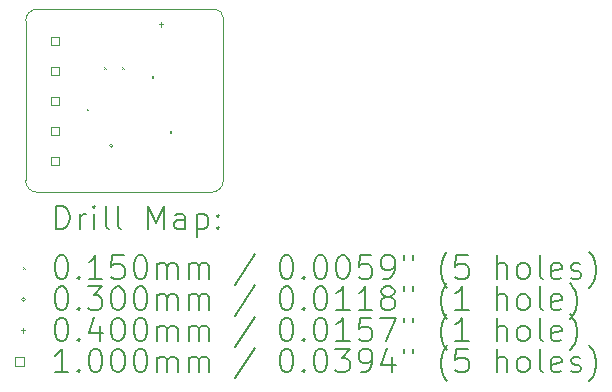
<source format=gbr>
%TF.GenerationSoftware,KiCad,Pcbnew,8.0.5*%
%TF.CreationDate,2024-10-31T19:03:14-07:00*%
%TF.ProjectId,uSlime_BNO085_Module,75536c69-6d65-45f4-924e-4f3038355f4d,rev?*%
%TF.SameCoordinates,Original*%
%TF.FileFunction,Drillmap*%
%TF.FilePolarity,Positive*%
%FSLAX45Y45*%
G04 Gerber Fmt 4.5, Leading zero omitted, Abs format (unit mm)*
G04 Created by KiCad (PCBNEW 8.0.5) date 2024-10-31 19:03:14*
%MOMM*%
%LPD*%
G01*
G04 APERTURE LIST*
%ADD10C,0.050000*%
%ADD11C,0.200000*%
%ADD12C,0.100000*%
G04 APERTURE END LIST*
D10*
X9340000Y-9535000D02*
G75*
G02*
X9440000Y-9435000I100000J0D01*
G01*
X9440000Y-10985000D02*
G75*
G02*
X9340000Y-10885000I0J100000D01*
G01*
X10940000Y-9435000D02*
X9440000Y-9435000D01*
X9340000Y-9535000D02*
X9340000Y-10885000D01*
X11015000Y-10885000D02*
G75*
G02*
X10915000Y-10985000I-100000J0D01*
G01*
X10940000Y-9435000D02*
G75*
G02*
X11015000Y-9510000I0J-75000D01*
G01*
X11015000Y-10885000D02*
X11015000Y-9510000D01*
X9440000Y-10985000D02*
X10915000Y-10985000D01*
D11*
D12*
X9857700Y-10277500D02*
X9872700Y-10292500D01*
X9872700Y-10277500D02*
X9857700Y-10292500D01*
X10007500Y-9927500D02*
X10022500Y-9942500D01*
X10022500Y-9927500D02*
X10007500Y-9942500D01*
X10157500Y-9927500D02*
X10172500Y-9942500D01*
X10172500Y-9927500D02*
X10157500Y-9942500D01*
X10407500Y-10002500D02*
X10422500Y-10017500D01*
X10422500Y-10002500D02*
X10407500Y-10017500D01*
X10559500Y-10467500D02*
X10574500Y-10482500D01*
X10574500Y-10467500D02*
X10559500Y-10482500D01*
X10080093Y-10591000D02*
G75*
G02*
X10050093Y-10591000I-15000J0D01*
G01*
X10050093Y-10591000D02*
G75*
G02*
X10080093Y-10591000I15000J0D01*
G01*
X10487621Y-9542701D02*
X10487621Y-9582701D01*
X10467621Y-9562701D02*
X10507621Y-9562701D01*
X9625356Y-9741356D02*
X9625356Y-9670644D01*
X9554644Y-9670644D01*
X9554644Y-9741356D01*
X9625356Y-9741356D01*
X9625356Y-9995356D02*
X9625356Y-9924644D01*
X9554644Y-9924644D01*
X9554644Y-9995356D01*
X9625356Y-9995356D01*
X9625356Y-10249356D02*
X9625356Y-10178644D01*
X9554644Y-10178644D01*
X9554644Y-10249356D01*
X9625356Y-10249356D01*
X9625356Y-10503356D02*
X9625356Y-10432644D01*
X9554644Y-10432644D01*
X9554644Y-10503356D01*
X9625356Y-10503356D01*
X9625356Y-10757356D02*
X9625356Y-10686644D01*
X9554644Y-10686644D01*
X9554644Y-10757356D01*
X9625356Y-10757356D01*
D11*
X9598277Y-11298984D02*
X9598277Y-11098984D01*
X9598277Y-11098984D02*
X9645896Y-11098984D01*
X9645896Y-11098984D02*
X9674467Y-11108508D01*
X9674467Y-11108508D02*
X9693515Y-11127555D01*
X9693515Y-11127555D02*
X9703039Y-11146603D01*
X9703039Y-11146603D02*
X9712563Y-11184698D01*
X9712563Y-11184698D02*
X9712563Y-11213269D01*
X9712563Y-11213269D02*
X9703039Y-11251365D01*
X9703039Y-11251365D02*
X9693515Y-11270412D01*
X9693515Y-11270412D02*
X9674467Y-11289460D01*
X9674467Y-11289460D02*
X9645896Y-11298984D01*
X9645896Y-11298984D02*
X9598277Y-11298984D01*
X9798277Y-11298984D02*
X9798277Y-11165650D01*
X9798277Y-11203746D02*
X9807801Y-11184698D01*
X9807801Y-11184698D02*
X9817324Y-11175174D01*
X9817324Y-11175174D02*
X9836372Y-11165650D01*
X9836372Y-11165650D02*
X9855420Y-11165650D01*
X9922086Y-11298984D02*
X9922086Y-11165650D01*
X9922086Y-11098984D02*
X9912563Y-11108508D01*
X9912563Y-11108508D02*
X9922086Y-11118031D01*
X9922086Y-11118031D02*
X9931610Y-11108508D01*
X9931610Y-11108508D02*
X9922086Y-11098984D01*
X9922086Y-11098984D02*
X9922086Y-11118031D01*
X10045896Y-11298984D02*
X10026848Y-11289460D01*
X10026848Y-11289460D02*
X10017324Y-11270412D01*
X10017324Y-11270412D02*
X10017324Y-11098984D01*
X10150658Y-11298984D02*
X10131610Y-11289460D01*
X10131610Y-11289460D02*
X10122086Y-11270412D01*
X10122086Y-11270412D02*
X10122086Y-11098984D01*
X10379229Y-11298984D02*
X10379229Y-11098984D01*
X10379229Y-11098984D02*
X10445896Y-11241841D01*
X10445896Y-11241841D02*
X10512563Y-11098984D01*
X10512563Y-11098984D02*
X10512563Y-11298984D01*
X10693515Y-11298984D02*
X10693515Y-11194222D01*
X10693515Y-11194222D02*
X10683991Y-11175174D01*
X10683991Y-11175174D02*
X10664944Y-11165650D01*
X10664944Y-11165650D02*
X10626848Y-11165650D01*
X10626848Y-11165650D02*
X10607801Y-11175174D01*
X10693515Y-11289460D02*
X10674467Y-11298984D01*
X10674467Y-11298984D02*
X10626848Y-11298984D01*
X10626848Y-11298984D02*
X10607801Y-11289460D01*
X10607801Y-11289460D02*
X10598277Y-11270412D01*
X10598277Y-11270412D02*
X10598277Y-11251365D01*
X10598277Y-11251365D02*
X10607801Y-11232317D01*
X10607801Y-11232317D02*
X10626848Y-11222793D01*
X10626848Y-11222793D02*
X10674467Y-11222793D01*
X10674467Y-11222793D02*
X10693515Y-11213269D01*
X10788753Y-11165650D02*
X10788753Y-11365650D01*
X10788753Y-11175174D02*
X10807801Y-11165650D01*
X10807801Y-11165650D02*
X10845896Y-11165650D01*
X10845896Y-11165650D02*
X10864944Y-11175174D01*
X10864944Y-11175174D02*
X10874467Y-11184698D01*
X10874467Y-11184698D02*
X10883991Y-11203746D01*
X10883991Y-11203746D02*
X10883991Y-11260888D01*
X10883991Y-11260888D02*
X10874467Y-11279936D01*
X10874467Y-11279936D02*
X10864944Y-11289460D01*
X10864944Y-11289460D02*
X10845896Y-11298984D01*
X10845896Y-11298984D02*
X10807801Y-11298984D01*
X10807801Y-11298984D02*
X10788753Y-11289460D01*
X10969705Y-11279936D02*
X10979229Y-11289460D01*
X10979229Y-11289460D02*
X10969705Y-11298984D01*
X10969705Y-11298984D02*
X10960182Y-11289460D01*
X10960182Y-11289460D02*
X10969705Y-11279936D01*
X10969705Y-11279936D02*
X10969705Y-11298984D01*
X10969705Y-11175174D02*
X10979229Y-11184698D01*
X10979229Y-11184698D02*
X10969705Y-11194222D01*
X10969705Y-11194222D02*
X10960182Y-11184698D01*
X10960182Y-11184698D02*
X10969705Y-11175174D01*
X10969705Y-11175174D02*
X10969705Y-11194222D01*
D12*
X9322500Y-11620000D02*
X9337500Y-11635000D01*
X9337500Y-11620000D02*
X9322500Y-11635000D01*
D11*
X9636372Y-11518984D02*
X9655420Y-11518984D01*
X9655420Y-11518984D02*
X9674467Y-11528508D01*
X9674467Y-11528508D02*
X9683991Y-11538031D01*
X9683991Y-11538031D02*
X9693515Y-11557079D01*
X9693515Y-11557079D02*
X9703039Y-11595174D01*
X9703039Y-11595174D02*
X9703039Y-11642793D01*
X9703039Y-11642793D02*
X9693515Y-11680888D01*
X9693515Y-11680888D02*
X9683991Y-11699936D01*
X9683991Y-11699936D02*
X9674467Y-11709460D01*
X9674467Y-11709460D02*
X9655420Y-11718984D01*
X9655420Y-11718984D02*
X9636372Y-11718984D01*
X9636372Y-11718984D02*
X9617324Y-11709460D01*
X9617324Y-11709460D02*
X9607801Y-11699936D01*
X9607801Y-11699936D02*
X9598277Y-11680888D01*
X9598277Y-11680888D02*
X9588753Y-11642793D01*
X9588753Y-11642793D02*
X9588753Y-11595174D01*
X9588753Y-11595174D02*
X9598277Y-11557079D01*
X9598277Y-11557079D02*
X9607801Y-11538031D01*
X9607801Y-11538031D02*
X9617324Y-11528508D01*
X9617324Y-11528508D02*
X9636372Y-11518984D01*
X9788753Y-11699936D02*
X9798277Y-11709460D01*
X9798277Y-11709460D02*
X9788753Y-11718984D01*
X9788753Y-11718984D02*
X9779229Y-11709460D01*
X9779229Y-11709460D02*
X9788753Y-11699936D01*
X9788753Y-11699936D02*
X9788753Y-11718984D01*
X9988753Y-11718984D02*
X9874467Y-11718984D01*
X9931610Y-11718984D02*
X9931610Y-11518984D01*
X9931610Y-11518984D02*
X9912563Y-11547555D01*
X9912563Y-11547555D02*
X9893515Y-11566603D01*
X9893515Y-11566603D02*
X9874467Y-11576127D01*
X10169705Y-11518984D02*
X10074467Y-11518984D01*
X10074467Y-11518984D02*
X10064944Y-11614222D01*
X10064944Y-11614222D02*
X10074467Y-11604698D01*
X10074467Y-11604698D02*
X10093515Y-11595174D01*
X10093515Y-11595174D02*
X10141134Y-11595174D01*
X10141134Y-11595174D02*
X10160182Y-11604698D01*
X10160182Y-11604698D02*
X10169705Y-11614222D01*
X10169705Y-11614222D02*
X10179229Y-11633269D01*
X10179229Y-11633269D02*
X10179229Y-11680888D01*
X10179229Y-11680888D02*
X10169705Y-11699936D01*
X10169705Y-11699936D02*
X10160182Y-11709460D01*
X10160182Y-11709460D02*
X10141134Y-11718984D01*
X10141134Y-11718984D02*
X10093515Y-11718984D01*
X10093515Y-11718984D02*
X10074467Y-11709460D01*
X10074467Y-11709460D02*
X10064944Y-11699936D01*
X10303039Y-11518984D02*
X10322086Y-11518984D01*
X10322086Y-11518984D02*
X10341134Y-11528508D01*
X10341134Y-11528508D02*
X10350658Y-11538031D01*
X10350658Y-11538031D02*
X10360182Y-11557079D01*
X10360182Y-11557079D02*
X10369705Y-11595174D01*
X10369705Y-11595174D02*
X10369705Y-11642793D01*
X10369705Y-11642793D02*
X10360182Y-11680888D01*
X10360182Y-11680888D02*
X10350658Y-11699936D01*
X10350658Y-11699936D02*
X10341134Y-11709460D01*
X10341134Y-11709460D02*
X10322086Y-11718984D01*
X10322086Y-11718984D02*
X10303039Y-11718984D01*
X10303039Y-11718984D02*
X10283991Y-11709460D01*
X10283991Y-11709460D02*
X10274467Y-11699936D01*
X10274467Y-11699936D02*
X10264944Y-11680888D01*
X10264944Y-11680888D02*
X10255420Y-11642793D01*
X10255420Y-11642793D02*
X10255420Y-11595174D01*
X10255420Y-11595174D02*
X10264944Y-11557079D01*
X10264944Y-11557079D02*
X10274467Y-11538031D01*
X10274467Y-11538031D02*
X10283991Y-11528508D01*
X10283991Y-11528508D02*
X10303039Y-11518984D01*
X10455420Y-11718984D02*
X10455420Y-11585650D01*
X10455420Y-11604698D02*
X10464944Y-11595174D01*
X10464944Y-11595174D02*
X10483991Y-11585650D01*
X10483991Y-11585650D02*
X10512563Y-11585650D01*
X10512563Y-11585650D02*
X10531610Y-11595174D01*
X10531610Y-11595174D02*
X10541134Y-11614222D01*
X10541134Y-11614222D02*
X10541134Y-11718984D01*
X10541134Y-11614222D02*
X10550658Y-11595174D01*
X10550658Y-11595174D02*
X10569705Y-11585650D01*
X10569705Y-11585650D02*
X10598277Y-11585650D01*
X10598277Y-11585650D02*
X10617325Y-11595174D01*
X10617325Y-11595174D02*
X10626848Y-11614222D01*
X10626848Y-11614222D02*
X10626848Y-11718984D01*
X10722086Y-11718984D02*
X10722086Y-11585650D01*
X10722086Y-11604698D02*
X10731610Y-11595174D01*
X10731610Y-11595174D02*
X10750658Y-11585650D01*
X10750658Y-11585650D02*
X10779229Y-11585650D01*
X10779229Y-11585650D02*
X10798277Y-11595174D01*
X10798277Y-11595174D02*
X10807801Y-11614222D01*
X10807801Y-11614222D02*
X10807801Y-11718984D01*
X10807801Y-11614222D02*
X10817325Y-11595174D01*
X10817325Y-11595174D02*
X10836372Y-11585650D01*
X10836372Y-11585650D02*
X10864944Y-11585650D01*
X10864944Y-11585650D02*
X10883991Y-11595174D01*
X10883991Y-11595174D02*
X10893515Y-11614222D01*
X10893515Y-11614222D02*
X10893515Y-11718984D01*
X11283991Y-11509460D02*
X11112563Y-11766603D01*
X11541134Y-11518984D02*
X11560182Y-11518984D01*
X11560182Y-11518984D02*
X11579229Y-11528508D01*
X11579229Y-11528508D02*
X11588753Y-11538031D01*
X11588753Y-11538031D02*
X11598277Y-11557079D01*
X11598277Y-11557079D02*
X11607801Y-11595174D01*
X11607801Y-11595174D02*
X11607801Y-11642793D01*
X11607801Y-11642793D02*
X11598277Y-11680888D01*
X11598277Y-11680888D02*
X11588753Y-11699936D01*
X11588753Y-11699936D02*
X11579229Y-11709460D01*
X11579229Y-11709460D02*
X11560182Y-11718984D01*
X11560182Y-11718984D02*
X11541134Y-11718984D01*
X11541134Y-11718984D02*
X11522086Y-11709460D01*
X11522086Y-11709460D02*
X11512563Y-11699936D01*
X11512563Y-11699936D02*
X11503039Y-11680888D01*
X11503039Y-11680888D02*
X11493515Y-11642793D01*
X11493515Y-11642793D02*
X11493515Y-11595174D01*
X11493515Y-11595174D02*
X11503039Y-11557079D01*
X11503039Y-11557079D02*
X11512563Y-11538031D01*
X11512563Y-11538031D02*
X11522086Y-11528508D01*
X11522086Y-11528508D02*
X11541134Y-11518984D01*
X11693515Y-11699936D02*
X11703039Y-11709460D01*
X11703039Y-11709460D02*
X11693515Y-11718984D01*
X11693515Y-11718984D02*
X11683991Y-11709460D01*
X11683991Y-11709460D02*
X11693515Y-11699936D01*
X11693515Y-11699936D02*
X11693515Y-11718984D01*
X11826848Y-11518984D02*
X11845896Y-11518984D01*
X11845896Y-11518984D02*
X11864944Y-11528508D01*
X11864944Y-11528508D02*
X11874467Y-11538031D01*
X11874467Y-11538031D02*
X11883991Y-11557079D01*
X11883991Y-11557079D02*
X11893515Y-11595174D01*
X11893515Y-11595174D02*
X11893515Y-11642793D01*
X11893515Y-11642793D02*
X11883991Y-11680888D01*
X11883991Y-11680888D02*
X11874467Y-11699936D01*
X11874467Y-11699936D02*
X11864944Y-11709460D01*
X11864944Y-11709460D02*
X11845896Y-11718984D01*
X11845896Y-11718984D02*
X11826848Y-11718984D01*
X11826848Y-11718984D02*
X11807801Y-11709460D01*
X11807801Y-11709460D02*
X11798277Y-11699936D01*
X11798277Y-11699936D02*
X11788753Y-11680888D01*
X11788753Y-11680888D02*
X11779229Y-11642793D01*
X11779229Y-11642793D02*
X11779229Y-11595174D01*
X11779229Y-11595174D02*
X11788753Y-11557079D01*
X11788753Y-11557079D02*
X11798277Y-11538031D01*
X11798277Y-11538031D02*
X11807801Y-11528508D01*
X11807801Y-11528508D02*
X11826848Y-11518984D01*
X12017325Y-11518984D02*
X12036372Y-11518984D01*
X12036372Y-11518984D02*
X12055420Y-11528508D01*
X12055420Y-11528508D02*
X12064944Y-11538031D01*
X12064944Y-11538031D02*
X12074467Y-11557079D01*
X12074467Y-11557079D02*
X12083991Y-11595174D01*
X12083991Y-11595174D02*
X12083991Y-11642793D01*
X12083991Y-11642793D02*
X12074467Y-11680888D01*
X12074467Y-11680888D02*
X12064944Y-11699936D01*
X12064944Y-11699936D02*
X12055420Y-11709460D01*
X12055420Y-11709460D02*
X12036372Y-11718984D01*
X12036372Y-11718984D02*
X12017325Y-11718984D01*
X12017325Y-11718984D02*
X11998277Y-11709460D01*
X11998277Y-11709460D02*
X11988753Y-11699936D01*
X11988753Y-11699936D02*
X11979229Y-11680888D01*
X11979229Y-11680888D02*
X11969706Y-11642793D01*
X11969706Y-11642793D02*
X11969706Y-11595174D01*
X11969706Y-11595174D02*
X11979229Y-11557079D01*
X11979229Y-11557079D02*
X11988753Y-11538031D01*
X11988753Y-11538031D02*
X11998277Y-11528508D01*
X11998277Y-11528508D02*
X12017325Y-11518984D01*
X12264944Y-11518984D02*
X12169706Y-11518984D01*
X12169706Y-11518984D02*
X12160182Y-11614222D01*
X12160182Y-11614222D02*
X12169706Y-11604698D01*
X12169706Y-11604698D02*
X12188753Y-11595174D01*
X12188753Y-11595174D02*
X12236372Y-11595174D01*
X12236372Y-11595174D02*
X12255420Y-11604698D01*
X12255420Y-11604698D02*
X12264944Y-11614222D01*
X12264944Y-11614222D02*
X12274467Y-11633269D01*
X12274467Y-11633269D02*
X12274467Y-11680888D01*
X12274467Y-11680888D02*
X12264944Y-11699936D01*
X12264944Y-11699936D02*
X12255420Y-11709460D01*
X12255420Y-11709460D02*
X12236372Y-11718984D01*
X12236372Y-11718984D02*
X12188753Y-11718984D01*
X12188753Y-11718984D02*
X12169706Y-11709460D01*
X12169706Y-11709460D02*
X12160182Y-11699936D01*
X12369706Y-11718984D02*
X12407801Y-11718984D01*
X12407801Y-11718984D02*
X12426848Y-11709460D01*
X12426848Y-11709460D02*
X12436372Y-11699936D01*
X12436372Y-11699936D02*
X12455420Y-11671365D01*
X12455420Y-11671365D02*
X12464944Y-11633269D01*
X12464944Y-11633269D02*
X12464944Y-11557079D01*
X12464944Y-11557079D02*
X12455420Y-11538031D01*
X12455420Y-11538031D02*
X12445896Y-11528508D01*
X12445896Y-11528508D02*
X12426848Y-11518984D01*
X12426848Y-11518984D02*
X12388753Y-11518984D01*
X12388753Y-11518984D02*
X12369706Y-11528508D01*
X12369706Y-11528508D02*
X12360182Y-11538031D01*
X12360182Y-11538031D02*
X12350658Y-11557079D01*
X12350658Y-11557079D02*
X12350658Y-11604698D01*
X12350658Y-11604698D02*
X12360182Y-11623746D01*
X12360182Y-11623746D02*
X12369706Y-11633269D01*
X12369706Y-11633269D02*
X12388753Y-11642793D01*
X12388753Y-11642793D02*
X12426848Y-11642793D01*
X12426848Y-11642793D02*
X12445896Y-11633269D01*
X12445896Y-11633269D02*
X12455420Y-11623746D01*
X12455420Y-11623746D02*
X12464944Y-11604698D01*
X12541134Y-11518984D02*
X12541134Y-11557079D01*
X12617325Y-11518984D02*
X12617325Y-11557079D01*
X12912563Y-11795174D02*
X12903039Y-11785650D01*
X12903039Y-11785650D02*
X12883991Y-11757079D01*
X12883991Y-11757079D02*
X12874468Y-11738031D01*
X12874468Y-11738031D02*
X12864944Y-11709460D01*
X12864944Y-11709460D02*
X12855420Y-11661841D01*
X12855420Y-11661841D02*
X12855420Y-11623746D01*
X12855420Y-11623746D02*
X12864944Y-11576127D01*
X12864944Y-11576127D02*
X12874468Y-11547555D01*
X12874468Y-11547555D02*
X12883991Y-11528508D01*
X12883991Y-11528508D02*
X12903039Y-11499936D01*
X12903039Y-11499936D02*
X12912563Y-11490412D01*
X13083991Y-11518984D02*
X12988753Y-11518984D01*
X12988753Y-11518984D02*
X12979229Y-11614222D01*
X12979229Y-11614222D02*
X12988753Y-11604698D01*
X12988753Y-11604698D02*
X13007801Y-11595174D01*
X13007801Y-11595174D02*
X13055420Y-11595174D01*
X13055420Y-11595174D02*
X13074468Y-11604698D01*
X13074468Y-11604698D02*
X13083991Y-11614222D01*
X13083991Y-11614222D02*
X13093515Y-11633269D01*
X13093515Y-11633269D02*
X13093515Y-11680888D01*
X13093515Y-11680888D02*
X13083991Y-11699936D01*
X13083991Y-11699936D02*
X13074468Y-11709460D01*
X13074468Y-11709460D02*
X13055420Y-11718984D01*
X13055420Y-11718984D02*
X13007801Y-11718984D01*
X13007801Y-11718984D02*
X12988753Y-11709460D01*
X12988753Y-11709460D02*
X12979229Y-11699936D01*
X13331610Y-11718984D02*
X13331610Y-11518984D01*
X13417325Y-11718984D02*
X13417325Y-11614222D01*
X13417325Y-11614222D02*
X13407801Y-11595174D01*
X13407801Y-11595174D02*
X13388753Y-11585650D01*
X13388753Y-11585650D02*
X13360182Y-11585650D01*
X13360182Y-11585650D02*
X13341134Y-11595174D01*
X13341134Y-11595174D02*
X13331610Y-11604698D01*
X13541134Y-11718984D02*
X13522087Y-11709460D01*
X13522087Y-11709460D02*
X13512563Y-11699936D01*
X13512563Y-11699936D02*
X13503039Y-11680888D01*
X13503039Y-11680888D02*
X13503039Y-11623746D01*
X13503039Y-11623746D02*
X13512563Y-11604698D01*
X13512563Y-11604698D02*
X13522087Y-11595174D01*
X13522087Y-11595174D02*
X13541134Y-11585650D01*
X13541134Y-11585650D02*
X13569706Y-11585650D01*
X13569706Y-11585650D02*
X13588753Y-11595174D01*
X13588753Y-11595174D02*
X13598277Y-11604698D01*
X13598277Y-11604698D02*
X13607801Y-11623746D01*
X13607801Y-11623746D02*
X13607801Y-11680888D01*
X13607801Y-11680888D02*
X13598277Y-11699936D01*
X13598277Y-11699936D02*
X13588753Y-11709460D01*
X13588753Y-11709460D02*
X13569706Y-11718984D01*
X13569706Y-11718984D02*
X13541134Y-11718984D01*
X13722087Y-11718984D02*
X13703039Y-11709460D01*
X13703039Y-11709460D02*
X13693515Y-11690412D01*
X13693515Y-11690412D02*
X13693515Y-11518984D01*
X13874468Y-11709460D02*
X13855420Y-11718984D01*
X13855420Y-11718984D02*
X13817325Y-11718984D01*
X13817325Y-11718984D02*
X13798277Y-11709460D01*
X13798277Y-11709460D02*
X13788753Y-11690412D01*
X13788753Y-11690412D02*
X13788753Y-11614222D01*
X13788753Y-11614222D02*
X13798277Y-11595174D01*
X13798277Y-11595174D02*
X13817325Y-11585650D01*
X13817325Y-11585650D02*
X13855420Y-11585650D01*
X13855420Y-11585650D02*
X13874468Y-11595174D01*
X13874468Y-11595174D02*
X13883991Y-11614222D01*
X13883991Y-11614222D02*
X13883991Y-11633269D01*
X13883991Y-11633269D02*
X13788753Y-11652317D01*
X13960182Y-11709460D02*
X13979230Y-11718984D01*
X13979230Y-11718984D02*
X14017325Y-11718984D01*
X14017325Y-11718984D02*
X14036372Y-11709460D01*
X14036372Y-11709460D02*
X14045896Y-11690412D01*
X14045896Y-11690412D02*
X14045896Y-11680888D01*
X14045896Y-11680888D02*
X14036372Y-11661841D01*
X14036372Y-11661841D02*
X14017325Y-11652317D01*
X14017325Y-11652317D02*
X13988753Y-11652317D01*
X13988753Y-11652317D02*
X13969706Y-11642793D01*
X13969706Y-11642793D02*
X13960182Y-11623746D01*
X13960182Y-11623746D02*
X13960182Y-11614222D01*
X13960182Y-11614222D02*
X13969706Y-11595174D01*
X13969706Y-11595174D02*
X13988753Y-11585650D01*
X13988753Y-11585650D02*
X14017325Y-11585650D01*
X14017325Y-11585650D02*
X14036372Y-11595174D01*
X14112563Y-11795174D02*
X14122087Y-11785650D01*
X14122087Y-11785650D02*
X14141134Y-11757079D01*
X14141134Y-11757079D02*
X14150658Y-11738031D01*
X14150658Y-11738031D02*
X14160182Y-11709460D01*
X14160182Y-11709460D02*
X14169706Y-11661841D01*
X14169706Y-11661841D02*
X14169706Y-11623746D01*
X14169706Y-11623746D02*
X14160182Y-11576127D01*
X14160182Y-11576127D02*
X14150658Y-11547555D01*
X14150658Y-11547555D02*
X14141134Y-11528508D01*
X14141134Y-11528508D02*
X14122087Y-11499936D01*
X14122087Y-11499936D02*
X14112563Y-11490412D01*
D12*
X9337500Y-11891500D02*
G75*
G02*
X9307500Y-11891500I-15000J0D01*
G01*
X9307500Y-11891500D02*
G75*
G02*
X9337500Y-11891500I15000J0D01*
G01*
D11*
X9636372Y-11782984D02*
X9655420Y-11782984D01*
X9655420Y-11782984D02*
X9674467Y-11792508D01*
X9674467Y-11792508D02*
X9683991Y-11802031D01*
X9683991Y-11802031D02*
X9693515Y-11821079D01*
X9693515Y-11821079D02*
X9703039Y-11859174D01*
X9703039Y-11859174D02*
X9703039Y-11906793D01*
X9703039Y-11906793D02*
X9693515Y-11944888D01*
X9693515Y-11944888D02*
X9683991Y-11963936D01*
X9683991Y-11963936D02*
X9674467Y-11973460D01*
X9674467Y-11973460D02*
X9655420Y-11982984D01*
X9655420Y-11982984D02*
X9636372Y-11982984D01*
X9636372Y-11982984D02*
X9617324Y-11973460D01*
X9617324Y-11973460D02*
X9607801Y-11963936D01*
X9607801Y-11963936D02*
X9598277Y-11944888D01*
X9598277Y-11944888D02*
X9588753Y-11906793D01*
X9588753Y-11906793D02*
X9588753Y-11859174D01*
X9588753Y-11859174D02*
X9598277Y-11821079D01*
X9598277Y-11821079D02*
X9607801Y-11802031D01*
X9607801Y-11802031D02*
X9617324Y-11792508D01*
X9617324Y-11792508D02*
X9636372Y-11782984D01*
X9788753Y-11963936D02*
X9798277Y-11973460D01*
X9798277Y-11973460D02*
X9788753Y-11982984D01*
X9788753Y-11982984D02*
X9779229Y-11973460D01*
X9779229Y-11973460D02*
X9788753Y-11963936D01*
X9788753Y-11963936D02*
X9788753Y-11982984D01*
X9864944Y-11782984D02*
X9988753Y-11782984D01*
X9988753Y-11782984D02*
X9922086Y-11859174D01*
X9922086Y-11859174D02*
X9950658Y-11859174D01*
X9950658Y-11859174D02*
X9969705Y-11868698D01*
X9969705Y-11868698D02*
X9979229Y-11878222D01*
X9979229Y-11878222D02*
X9988753Y-11897269D01*
X9988753Y-11897269D02*
X9988753Y-11944888D01*
X9988753Y-11944888D02*
X9979229Y-11963936D01*
X9979229Y-11963936D02*
X9969705Y-11973460D01*
X9969705Y-11973460D02*
X9950658Y-11982984D01*
X9950658Y-11982984D02*
X9893515Y-11982984D01*
X9893515Y-11982984D02*
X9874467Y-11973460D01*
X9874467Y-11973460D02*
X9864944Y-11963936D01*
X10112563Y-11782984D02*
X10131610Y-11782984D01*
X10131610Y-11782984D02*
X10150658Y-11792508D01*
X10150658Y-11792508D02*
X10160182Y-11802031D01*
X10160182Y-11802031D02*
X10169705Y-11821079D01*
X10169705Y-11821079D02*
X10179229Y-11859174D01*
X10179229Y-11859174D02*
X10179229Y-11906793D01*
X10179229Y-11906793D02*
X10169705Y-11944888D01*
X10169705Y-11944888D02*
X10160182Y-11963936D01*
X10160182Y-11963936D02*
X10150658Y-11973460D01*
X10150658Y-11973460D02*
X10131610Y-11982984D01*
X10131610Y-11982984D02*
X10112563Y-11982984D01*
X10112563Y-11982984D02*
X10093515Y-11973460D01*
X10093515Y-11973460D02*
X10083991Y-11963936D01*
X10083991Y-11963936D02*
X10074467Y-11944888D01*
X10074467Y-11944888D02*
X10064944Y-11906793D01*
X10064944Y-11906793D02*
X10064944Y-11859174D01*
X10064944Y-11859174D02*
X10074467Y-11821079D01*
X10074467Y-11821079D02*
X10083991Y-11802031D01*
X10083991Y-11802031D02*
X10093515Y-11792508D01*
X10093515Y-11792508D02*
X10112563Y-11782984D01*
X10303039Y-11782984D02*
X10322086Y-11782984D01*
X10322086Y-11782984D02*
X10341134Y-11792508D01*
X10341134Y-11792508D02*
X10350658Y-11802031D01*
X10350658Y-11802031D02*
X10360182Y-11821079D01*
X10360182Y-11821079D02*
X10369705Y-11859174D01*
X10369705Y-11859174D02*
X10369705Y-11906793D01*
X10369705Y-11906793D02*
X10360182Y-11944888D01*
X10360182Y-11944888D02*
X10350658Y-11963936D01*
X10350658Y-11963936D02*
X10341134Y-11973460D01*
X10341134Y-11973460D02*
X10322086Y-11982984D01*
X10322086Y-11982984D02*
X10303039Y-11982984D01*
X10303039Y-11982984D02*
X10283991Y-11973460D01*
X10283991Y-11973460D02*
X10274467Y-11963936D01*
X10274467Y-11963936D02*
X10264944Y-11944888D01*
X10264944Y-11944888D02*
X10255420Y-11906793D01*
X10255420Y-11906793D02*
X10255420Y-11859174D01*
X10255420Y-11859174D02*
X10264944Y-11821079D01*
X10264944Y-11821079D02*
X10274467Y-11802031D01*
X10274467Y-11802031D02*
X10283991Y-11792508D01*
X10283991Y-11792508D02*
X10303039Y-11782984D01*
X10455420Y-11982984D02*
X10455420Y-11849650D01*
X10455420Y-11868698D02*
X10464944Y-11859174D01*
X10464944Y-11859174D02*
X10483991Y-11849650D01*
X10483991Y-11849650D02*
X10512563Y-11849650D01*
X10512563Y-11849650D02*
X10531610Y-11859174D01*
X10531610Y-11859174D02*
X10541134Y-11878222D01*
X10541134Y-11878222D02*
X10541134Y-11982984D01*
X10541134Y-11878222D02*
X10550658Y-11859174D01*
X10550658Y-11859174D02*
X10569705Y-11849650D01*
X10569705Y-11849650D02*
X10598277Y-11849650D01*
X10598277Y-11849650D02*
X10617325Y-11859174D01*
X10617325Y-11859174D02*
X10626848Y-11878222D01*
X10626848Y-11878222D02*
X10626848Y-11982984D01*
X10722086Y-11982984D02*
X10722086Y-11849650D01*
X10722086Y-11868698D02*
X10731610Y-11859174D01*
X10731610Y-11859174D02*
X10750658Y-11849650D01*
X10750658Y-11849650D02*
X10779229Y-11849650D01*
X10779229Y-11849650D02*
X10798277Y-11859174D01*
X10798277Y-11859174D02*
X10807801Y-11878222D01*
X10807801Y-11878222D02*
X10807801Y-11982984D01*
X10807801Y-11878222D02*
X10817325Y-11859174D01*
X10817325Y-11859174D02*
X10836372Y-11849650D01*
X10836372Y-11849650D02*
X10864944Y-11849650D01*
X10864944Y-11849650D02*
X10883991Y-11859174D01*
X10883991Y-11859174D02*
X10893515Y-11878222D01*
X10893515Y-11878222D02*
X10893515Y-11982984D01*
X11283991Y-11773460D02*
X11112563Y-12030603D01*
X11541134Y-11782984D02*
X11560182Y-11782984D01*
X11560182Y-11782984D02*
X11579229Y-11792508D01*
X11579229Y-11792508D02*
X11588753Y-11802031D01*
X11588753Y-11802031D02*
X11598277Y-11821079D01*
X11598277Y-11821079D02*
X11607801Y-11859174D01*
X11607801Y-11859174D02*
X11607801Y-11906793D01*
X11607801Y-11906793D02*
X11598277Y-11944888D01*
X11598277Y-11944888D02*
X11588753Y-11963936D01*
X11588753Y-11963936D02*
X11579229Y-11973460D01*
X11579229Y-11973460D02*
X11560182Y-11982984D01*
X11560182Y-11982984D02*
X11541134Y-11982984D01*
X11541134Y-11982984D02*
X11522086Y-11973460D01*
X11522086Y-11973460D02*
X11512563Y-11963936D01*
X11512563Y-11963936D02*
X11503039Y-11944888D01*
X11503039Y-11944888D02*
X11493515Y-11906793D01*
X11493515Y-11906793D02*
X11493515Y-11859174D01*
X11493515Y-11859174D02*
X11503039Y-11821079D01*
X11503039Y-11821079D02*
X11512563Y-11802031D01*
X11512563Y-11802031D02*
X11522086Y-11792508D01*
X11522086Y-11792508D02*
X11541134Y-11782984D01*
X11693515Y-11963936D02*
X11703039Y-11973460D01*
X11703039Y-11973460D02*
X11693515Y-11982984D01*
X11693515Y-11982984D02*
X11683991Y-11973460D01*
X11683991Y-11973460D02*
X11693515Y-11963936D01*
X11693515Y-11963936D02*
X11693515Y-11982984D01*
X11826848Y-11782984D02*
X11845896Y-11782984D01*
X11845896Y-11782984D02*
X11864944Y-11792508D01*
X11864944Y-11792508D02*
X11874467Y-11802031D01*
X11874467Y-11802031D02*
X11883991Y-11821079D01*
X11883991Y-11821079D02*
X11893515Y-11859174D01*
X11893515Y-11859174D02*
X11893515Y-11906793D01*
X11893515Y-11906793D02*
X11883991Y-11944888D01*
X11883991Y-11944888D02*
X11874467Y-11963936D01*
X11874467Y-11963936D02*
X11864944Y-11973460D01*
X11864944Y-11973460D02*
X11845896Y-11982984D01*
X11845896Y-11982984D02*
X11826848Y-11982984D01*
X11826848Y-11982984D02*
X11807801Y-11973460D01*
X11807801Y-11973460D02*
X11798277Y-11963936D01*
X11798277Y-11963936D02*
X11788753Y-11944888D01*
X11788753Y-11944888D02*
X11779229Y-11906793D01*
X11779229Y-11906793D02*
X11779229Y-11859174D01*
X11779229Y-11859174D02*
X11788753Y-11821079D01*
X11788753Y-11821079D02*
X11798277Y-11802031D01*
X11798277Y-11802031D02*
X11807801Y-11792508D01*
X11807801Y-11792508D02*
X11826848Y-11782984D01*
X12083991Y-11982984D02*
X11969706Y-11982984D01*
X12026848Y-11982984D02*
X12026848Y-11782984D01*
X12026848Y-11782984D02*
X12007801Y-11811555D01*
X12007801Y-11811555D02*
X11988753Y-11830603D01*
X11988753Y-11830603D02*
X11969706Y-11840127D01*
X12274467Y-11982984D02*
X12160182Y-11982984D01*
X12217325Y-11982984D02*
X12217325Y-11782984D01*
X12217325Y-11782984D02*
X12198277Y-11811555D01*
X12198277Y-11811555D02*
X12179229Y-11830603D01*
X12179229Y-11830603D02*
X12160182Y-11840127D01*
X12388753Y-11868698D02*
X12369706Y-11859174D01*
X12369706Y-11859174D02*
X12360182Y-11849650D01*
X12360182Y-11849650D02*
X12350658Y-11830603D01*
X12350658Y-11830603D02*
X12350658Y-11821079D01*
X12350658Y-11821079D02*
X12360182Y-11802031D01*
X12360182Y-11802031D02*
X12369706Y-11792508D01*
X12369706Y-11792508D02*
X12388753Y-11782984D01*
X12388753Y-11782984D02*
X12426848Y-11782984D01*
X12426848Y-11782984D02*
X12445896Y-11792508D01*
X12445896Y-11792508D02*
X12455420Y-11802031D01*
X12455420Y-11802031D02*
X12464944Y-11821079D01*
X12464944Y-11821079D02*
X12464944Y-11830603D01*
X12464944Y-11830603D02*
X12455420Y-11849650D01*
X12455420Y-11849650D02*
X12445896Y-11859174D01*
X12445896Y-11859174D02*
X12426848Y-11868698D01*
X12426848Y-11868698D02*
X12388753Y-11868698D01*
X12388753Y-11868698D02*
X12369706Y-11878222D01*
X12369706Y-11878222D02*
X12360182Y-11887746D01*
X12360182Y-11887746D02*
X12350658Y-11906793D01*
X12350658Y-11906793D02*
X12350658Y-11944888D01*
X12350658Y-11944888D02*
X12360182Y-11963936D01*
X12360182Y-11963936D02*
X12369706Y-11973460D01*
X12369706Y-11973460D02*
X12388753Y-11982984D01*
X12388753Y-11982984D02*
X12426848Y-11982984D01*
X12426848Y-11982984D02*
X12445896Y-11973460D01*
X12445896Y-11973460D02*
X12455420Y-11963936D01*
X12455420Y-11963936D02*
X12464944Y-11944888D01*
X12464944Y-11944888D02*
X12464944Y-11906793D01*
X12464944Y-11906793D02*
X12455420Y-11887746D01*
X12455420Y-11887746D02*
X12445896Y-11878222D01*
X12445896Y-11878222D02*
X12426848Y-11868698D01*
X12541134Y-11782984D02*
X12541134Y-11821079D01*
X12617325Y-11782984D02*
X12617325Y-11821079D01*
X12912563Y-12059174D02*
X12903039Y-12049650D01*
X12903039Y-12049650D02*
X12883991Y-12021079D01*
X12883991Y-12021079D02*
X12874468Y-12002031D01*
X12874468Y-12002031D02*
X12864944Y-11973460D01*
X12864944Y-11973460D02*
X12855420Y-11925841D01*
X12855420Y-11925841D02*
X12855420Y-11887746D01*
X12855420Y-11887746D02*
X12864944Y-11840127D01*
X12864944Y-11840127D02*
X12874468Y-11811555D01*
X12874468Y-11811555D02*
X12883991Y-11792508D01*
X12883991Y-11792508D02*
X12903039Y-11763936D01*
X12903039Y-11763936D02*
X12912563Y-11754412D01*
X13093515Y-11982984D02*
X12979229Y-11982984D01*
X13036372Y-11982984D02*
X13036372Y-11782984D01*
X13036372Y-11782984D02*
X13017325Y-11811555D01*
X13017325Y-11811555D02*
X12998277Y-11830603D01*
X12998277Y-11830603D02*
X12979229Y-11840127D01*
X13331610Y-11982984D02*
X13331610Y-11782984D01*
X13417325Y-11982984D02*
X13417325Y-11878222D01*
X13417325Y-11878222D02*
X13407801Y-11859174D01*
X13407801Y-11859174D02*
X13388753Y-11849650D01*
X13388753Y-11849650D02*
X13360182Y-11849650D01*
X13360182Y-11849650D02*
X13341134Y-11859174D01*
X13341134Y-11859174D02*
X13331610Y-11868698D01*
X13541134Y-11982984D02*
X13522087Y-11973460D01*
X13522087Y-11973460D02*
X13512563Y-11963936D01*
X13512563Y-11963936D02*
X13503039Y-11944888D01*
X13503039Y-11944888D02*
X13503039Y-11887746D01*
X13503039Y-11887746D02*
X13512563Y-11868698D01*
X13512563Y-11868698D02*
X13522087Y-11859174D01*
X13522087Y-11859174D02*
X13541134Y-11849650D01*
X13541134Y-11849650D02*
X13569706Y-11849650D01*
X13569706Y-11849650D02*
X13588753Y-11859174D01*
X13588753Y-11859174D02*
X13598277Y-11868698D01*
X13598277Y-11868698D02*
X13607801Y-11887746D01*
X13607801Y-11887746D02*
X13607801Y-11944888D01*
X13607801Y-11944888D02*
X13598277Y-11963936D01*
X13598277Y-11963936D02*
X13588753Y-11973460D01*
X13588753Y-11973460D02*
X13569706Y-11982984D01*
X13569706Y-11982984D02*
X13541134Y-11982984D01*
X13722087Y-11982984D02*
X13703039Y-11973460D01*
X13703039Y-11973460D02*
X13693515Y-11954412D01*
X13693515Y-11954412D02*
X13693515Y-11782984D01*
X13874468Y-11973460D02*
X13855420Y-11982984D01*
X13855420Y-11982984D02*
X13817325Y-11982984D01*
X13817325Y-11982984D02*
X13798277Y-11973460D01*
X13798277Y-11973460D02*
X13788753Y-11954412D01*
X13788753Y-11954412D02*
X13788753Y-11878222D01*
X13788753Y-11878222D02*
X13798277Y-11859174D01*
X13798277Y-11859174D02*
X13817325Y-11849650D01*
X13817325Y-11849650D02*
X13855420Y-11849650D01*
X13855420Y-11849650D02*
X13874468Y-11859174D01*
X13874468Y-11859174D02*
X13883991Y-11878222D01*
X13883991Y-11878222D02*
X13883991Y-11897269D01*
X13883991Y-11897269D02*
X13788753Y-11916317D01*
X13950658Y-12059174D02*
X13960182Y-12049650D01*
X13960182Y-12049650D02*
X13979230Y-12021079D01*
X13979230Y-12021079D02*
X13988753Y-12002031D01*
X13988753Y-12002031D02*
X13998277Y-11973460D01*
X13998277Y-11973460D02*
X14007801Y-11925841D01*
X14007801Y-11925841D02*
X14007801Y-11887746D01*
X14007801Y-11887746D02*
X13998277Y-11840127D01*
X13998277Y-11840127D02*
X13988753Y-11811555D01*
X13988753Y-11811555D02*
X13979230Y-11792508D01*
X13979230Y-11792508D02*
X13960182Y-11763936D01*
X13960182Y-11763936D02*
X13950658Y-11754412D01*
D12*
X9317500Y-12135500D02*
X9317500Y-12175500D01*
X9297500Y-12155500D02*
X9337500Y-12155500D01*
D11*
X9636372Y-12046984D02*
X9655420Y-12046984D01*
X9655420Y-12046984D02*
X9674467Y-12056508D01*
X9674467Y-12056508D02*
X9683991Y-12066031D01*
X9683991Y-12066031D02*
X9693515Y-12085079D01*
X9693515Y-12085079D02*
X9703039Y-12123174D01*
X9703039Y-12123174D02*
X9703039Y-12170793D01*
X9703039Y-12170793D02*
X9693515Y-12208888D01*
X9693515Y-12208888D02*
X9683991Y-12227936D01*
X9683991Y-12227936D02*
X9674467Y-12237460D01*
X9674467Y-12237460D02*
X9655420Y-12246984D01*
X9655420Y-12246984D02*
X9636372Y-12246984D01*
X9636372Y-12246984D02*
X9617324Y-12237460D01*
X9617324Y-12237460D02*
X9607801Y-12227936D01*
X9607801Y-12227936D02*
X9598277Y-12208888D01*
X9598277Y-12208888D02*
X9588753Y-12170793D01*
X9588753Y-12170793D02*
X9588753Y-12123174D01*
X9588753Y-12123174D02*
X9598277Y-12085079D01*
X9598277Y-12085079D02*
X9607801Y-12066031D01*
X9607801Y-12066031D02*
X9617324Y-12056508D01*
X9617324Y-12056508D02*
X9636372Y-12046984D01*
X9788753Y-12227936D02*
X9798277Y-12237460D01*
X9798277Y-12237460D02*
X9788753Y-12246984D01*
X9788753Y-12246984D02*
X9779229Y-12237460D01*
X9779229Y-12237460D02*
X9788753Y-12227936D01*
X9788753Y-12227936D02*
X9788753Y-12246984D01*
X9969705Y-12113650D02*
X9969705Y-12246984D01*
X9922086Y-12037460D02*
X9874467Y-12180317D01*
X9874467Y-12180317D02*
X9998277Y-12180317D01*
X10112563Y-12046984D02*
X10131610Y-12046984D01*
X10131610Y-12046984D02*
X10150658Y-12056508D01*
X10150658Y-12056508D02*
X10160182Y-12066031D01*
X10160182Y-12066031D02*
X10169705Y-12085079D01*
X10169705Y-12085079D02*
X10179229Y-12123174D01*
X10179229Y-12123174D02*
X10179229Y-12170793D01*
X10179229Y-12170793D02*
X10169705Y-12208888D01*
X10169705Y-12208888D02*
X10160182Y-12227936D01*
X10160182Y-12227936D02*
X10150658Y-12237460D01*
X10150658Y-12237460D02*
X10131610Y-12246984D01*
X10131610Y-12246984D02*
X10112563Y-12246984D01*
X10112563Y-12246984D02*
X10093515Y-12237460D01*
X10093515Y-12237460D02*
X10083991Y-12227936D01*
X10083991Y-12227936D02*
X10074467Y-12208888D01*
X10074467Y-12208888D02*
X10064944Y-12170793D01*
X10064944Y-12170793D02*
X10064944Y-12123174D01*
X10064944Y-12123174D02*
X10074467Y-12085079D01*
X10074467Y-12085079D02*
X10083991Y-12066031D01*
X10083991Y-12066031D02*
X10093515Y-12056508D01*
X10093515Y-12056508D02*
X10112563Y-12046984D01*
X10303039Y-12046984D02*
X10322086Y-12046984D01*
X10322086Y-12046984D02*
X10341134Y-12056508D01*
X10341134Y-12056508D02*
X10350658Y-12066031D01*
X10350658Y-12066031D02*
X10360182Y-12085079D01*
X10360182Y-12085079D02*
X10369705Y-12123174D01*
X10369705Y-12123174D02*
X10369705Y-12170793D01*
X10369705Y-12170793D02*
X10360182Y-12208888D01*
X10360182Y-12208888D02*
X10350658Y-12227936D01*
X10350658Y-12227936D02*
X10341134Y-12237460D01*
X10341134Y-12237460D02*
X10322086Y-12246984D01*
X10322086Y-12246984D02*
X10303039Y-12246984D01*
X10303039Y-12246984D02*
X10283991Y-12237460D01*
X10283991Y-12237460D02*
X10274467Y-12227936D01*
X10274467Y-12227936D02*
X10264944Y-12208888D01*
X10264944Y-12208888D02*
X10255420Y-12170793D01*
X10255420Y-12170793D02*
X10255420Y-12123174D01*
X10255420Y-12123174D02*
X10264944Y-12085079D01*
X10264944Y-12085079D02*
X10274467Y-12066031D01*
X10274467Y-12066031D02*
X10283991Y-12056508D01*
X10283991Y-12056508D02*
X10303039Y-12046984D01*
X10455420Y-12246984D02*
X10455420Y-12113650D01*
X10455420Y-12132698D02*
X10464944Y-12123174D01*
X10464944Y-12123174D02*
X10483991Y-12113650D01*
X10483991Y-12113650D02*
X10512563Y-12113650D01*
X10512563Y-12113650D02*
X10531610Y-12123174D01*
X10531610Y-12123174D02*
X10541134Y-12142222D01*
X10541134Y-12142222D02*
X10541134Y-12246984D01*
X10541134Y-12142222D02*
X10550658Y-12123174D01*
X10550658Y-12123174D02*
X10569705Y-12113650D01*
X10569705Y-12113650D02*
X10598277Y-12113650D01*
X10598277Y-12113650D02*
X10617325Y-12123174D01*
X10617325Y-12123174D02*
X10626848Y-12142222D01*
X10626848Y-12142222D02*
X10626848Y-12246984D01*
X10722086Y-12246984D02*
X10722086Y-12113650D01*
X10722086Y-12132698D02*
X10731610Y-12123174D01*
X10731610Y-12123174D02*
X10750658Y-12113650D01*
X10750658Y-12113650D02*
X10779229Y-12113650D01*
X10779229Y-12113650D02*
X10798277Y-12123174D01*
X10798277Y-12123174D02*
X10807801Y-12142222D01*
X10807801Y-12142222D02*
X10807801Y-12246984D01*
X10807801Y-12142222D02*
X10817325Y-12123174D01*
X10817325Y-12123174D02*
X10836372Y-12113650D01*
X10836372Y-12113650D02*
X10864944Y-12113650D01*
X10864944Y-12113650D02*
X10883991Y-12123174D01*
X10883991Y-12123174D02*
X10893515Y-12142222D01*
X10893515Y-12142222D02*
X10893515Y-12246984D01*
X11283991Y-12037460D02*
X11112563Y-12294603D01*
X11541134Y-12046984D02*
X11560182Y-12046984D01*
X11560182Y-12046984D02*
X11579229Y-12056508D01*
X11579229Y-12056508D02*
X11588753Y-12066031D01*
X11588753Y-12066031D02*
X11598277Y-12085079D01*
X11598277Y-12085079D02*
X11607801Y-12123174D01*
X11607801Y-12123174D02*
X11607801Y-12170793D01*
X11607801Y-12170793D02*
X11598277Y-12208888D01*
X11598277Y-12208888D02*
X11588753Y-12227936D01*
X11588753Y-12227936D02*
X11579229Y-12237460D01*
X11579229Y-12237460D02*
X11560182Y-12246984D01*
X11560182Y-12246984D02*
X11541134Y-12246984D01*
X11541134Y-12246984D02*
X11522086Y-12237460D01*
X11522086Y-12237460D02*
X11512563Y-12227936D01*
X11512563Y-12227936D02*
X11503039Y-12208888D01*
X11503039Y-12208888D02*
X11493515Y-12170793D01*
X11493515Y-12170793D02*
X11493515Y-12123174D01*
X11493515Y-12123174D02*
X11503039Y-12085079D01*
X11503039Y-12085079D02*
X11512563Y-12066031D01*
X11512563Y-12066031D02*
X11522086Y-12056508D01*
X11522086Y-12056508D02*
X11541134Y-12046984D01*
X11693515Y-12227936D02*
X11703039Y-12237460D01*
X11703039Y-12237460D02*
X11693515Y-12246984D01*
X11693515Y-12246984D02*
X11683991Y-12237460D01*
X11683991Y-12237460D02*
X11693515Y-12227936D01*
X11693515Y-12227936D02*
X11693515Y-12246984D01*
X11826848Y-12046984D02*
X11845896Y-12046984D01*
X11845896Y-12046984D02*
X11864944Y-12056508D01*
X11864944Y-12056508D02*
X11874467Y-12066031D01*
X11874467Y-12066031D02*
X11883991Y-12085079D01*
X11883991Y-12085079D02*
X11893515Y-12123174D01*
X11893515Y-12123174D02*
X11893515Y-12170793D01*
X11893515Y-12170793D02*
X11883991Y-12208888D01*
X11883991Y-12208888D02*
X11874467Y-12227936D01*
X11874467Y-12227936D02*
X11864944Y-12237460D01*
X11864944Y-12237460D02*
X11845896Y-12246984D01*
X11845896Y-12246984D02*
X11826848Y-12246984D01*
X11826848Y-12246984D02*
X11807801Y-12237460D01*
X11807801Y-12237460D02*
X11798277Y-12227936D01*
X11798277Y-12227936D02*
X11788753Y-12208888D01*
X11788753Y-12208888D02*
X11779229Y-12170793D01*
X11779229Y-12170793D02*
X11779229Y-12123174D01*
X11779229Y-12123174D02*
X11788753Y-12085079D01*
X11788753Y-12085079D02*
X11798277Y-12066031D01*
X11798277Y-12066031D02*
X11807801Y-12056508D01*
X11807801Y-12056508D02*
X11826848Y-12046984D01*
X12083991Y-12246984D02*
X11969706Y-12246984D01*
X12026848Y-12246984D02*
X12026848Y-12046984D01*
X12026848Y-12046984D02*
X12007801Y-12075555D01*
X12007801Y-12075555D02*
X11988753Y-12094603D01*
X11988753Y-12094603D02*
X11969706Y-12104127D01*
X12264944Y-12046984D02*
X12169706Y-12046984D01*
X12169706Y-12046984D02*
X12160182Y-12142222D01*
X12160182Y-12142222D02*
X12169706Y-12132698D01*
X12169706Y-12132698D02*
X12188753Y-12123174D01*
X12188753Y-12123174D02*
X12236372Y-12123174D01*
X12236372Y-12123174D02*
X12255420Y-12132698D01*
X12255420Y-12132698D02*
X12264944Y-12142222D01*
X12264944Y-12142222D02*
X12274467Y-12161269D01*
X12274467Y-12161269D02*
X12274467Y-12208888D01*
X12274467Y-12208888D02*
X12264944Y-12227936D01*
X12264944Y-12227936D02*
X12255420Y-12237460D01*
X12255420Y-12237460D02*
X12236372Y-12246984D01*
X12236372Y-12246984D02*
X12188753Y-12246984D01*
X12188753Y-12246984D02*
X12169706Y-12237460D01*
X12169706Y-12237460D02*
X12160182Y-12227936D01*
X12341134Y-12046984D02*
X12474467Y-12046984D01*
X12474467Y-12046984D02*
X12388753Y-12246984D01*
X12541134Y-12046984D02*
X12541134Y-12085079D01*
X12617325Y-12046984D02*
X12617325Y-12085079D01*
X12912563Y-12323174D02*
X12903039Y-12313650D01*
X12903039Y-12313650D02*
X12883991Y-12285079D01*
X12883991Y-12285079D02*
X12874468Y-12266031D01*
X12874468Y-12266031D02*
X12864944Y-12237460D01*
X12864944Y-12237460D02*
X12855420Y-12189841D01*
X12855420Y-12189841D02*
X12855420Y-12151746D01*
X12855420Y-12151746D02*
X12864944Y-12104127D01*
X12864944Y-12104127D02*
X12874468Y-12075555D01*
X12874468Y-12075555D02*
X12883991Y-12056508D01*
X12883991Y-12056508D02*
X12903039Y-12027936D01*
X12903039Y-12027936D02*
X12912563Y-12018412D01*
X13093515Y-12246984D02*
X12979229Y-12246984D01*
X13036372Y-12246984D02*
X13036372Y-12046984D01*
X13036372Y-12046984D02*
X13017325Y-12075555D01*
X13017325Y-12075555D02*
X12998277Y-12094603D01*
X12998277Y-12094603D02*
X12979229Y-12104127D01*
X13331610Y-12246984D02*
X13331610Y-12046984D01*
X13417325Y-12246984D02*
X13417325Y-12142222D01*
X13417325Y-12142222D02*
X13407801Y-12123174D01*
X13407801Y-12123174D02*
X13388753Y-12113650D01*
X13388753Y-12113650D02*
X13360182Y-12113650D01*
X13360182Y-12113650D02*
X13341134Y-12123174D01*
X13341134Y-12123174D02*
X13331610Y-12132698D01*
X13541134Y-12246984D02*
X13522087Y-12237460D01*
X13522087Y-12237460D02*
X13512563Y-12227936D01*
X13512563Y-12227936D02*
X13503039Y-12208888D01*
X13503039Y-12208888D02*
X13503039Y-12151746D01*
X13503039Y-12151746D02*
X13512563Y-12132698D01*
X13512563Y-12132698D02*
X13522087Y-12123174D01*
X13522087Y-12123174D02*
X13541134Y-12113650D01*
X13541134Y-12113650D02*
X13569706Y-12113650D01*
X13569706Y-12113650D02*
X13588753Y-12123174D01*
X13588753Y-12123174D02*
X13598277Y-12132698D01*
X13598277Y-12132698D02*
X13607801Y-12151746D01*
X13607801Y-12151746D02*
X13607801Y-12208888D01*
X13607801Y-12208888D02*
X13598277Y-12227936D01*
X13598277Y-12227936D02*
X13588753Y-12237460D01*
X13588753Y-12237460D02*
X13569706Y-12246984D01*
X13569706Y-12246984D02*
X13541134Y-12246984D01*
X13722087Y-12246984D02*
X13703039Y-12237460D01*
X13703039Y-12237460D02*
X13693515Y-12218412D01*
X13693515Y-12218412D02*
X13693515Y-12046984D01*
X13874468Y-12237460D02*
X13855420Y-12246984D01*
X13855420Y-12246984D02*
X13817325Y-12246984D01*
X13817325Y-12246984D02*
X13798277Y-12237460D01*
X13798277Y-12237460D02*
X13788753Y-12218412D01*
X13788753Y-12218412D02*
X13788753Y-12142222D01*
X13788753Y-12142222D02*
X13798277Y-12123174D01*
X13798277Y-12123174D02*
X13817325Y-12113650D01*
X13817325Y-12113650D02*
X13855420Y-12113650D01*
X13855420Y-12113650D02*
X13874468Y-12123174D01*
X13874468Y-12123174D02*
X13883991Y-12142222D01*
X13883991Y-12142222D02*
X13883991Y-12161269D01*
X13883991Y-12161269D02*
X13788753Y-12180317D01*
X13950658Y-12323174D02*
X13960182Y-12313650D01*
X13960182Y-12313650D02*
X13979230Y-12285079D01*
X13979230Y-12285079D02*
X13988753Y-12266031D01*
X13988753Y-12266031D02*
X13998277Y-12237460D01*
X13998277Y-12237460D02*
X14007801Y-12189841D01*
X14007801Y-12189841D02*
X14007801Y-12151746D01*
X14007801Y-12151746D02*
X13998277Y-12104127D01*
X13998277Y-12104127D02*
X13988753Y-12075555D01*
X13988753Y-12075555D02*
X13979230Y-12056508D01*
X13979230Y-12056508D02*
X13960182Y-12027936D01*
X13960182Y-12027936D02*
X13950658Y-12018412D01*
D12*
X9322856Y-12454856D02*
X9322856Y-12384144D01*
X9252144Y-12384144D01*
X9252144Y-12454856D01*
X9322856Y-12454856D01*
D11*
X9703039Y-12510984D02*
X9588753Y-12510984D01*
X9645896Y-12510984D02*
X9645896Y-12310984D01*
X9645896Y-12310984D02*
X9626848Y-12339555D01*
X9626848Y-12339555D02*
X9607801Y-12358603D01*
X9607801Y-12358603D02*
X9588753Y-12368127D01*
X9788753Y-12491936D02*
X9798277Y-12501460D01*
X9798277Y-12501460D02*
X9788753Y-12510984D01*
X9788753Y-12510984D02*
X9779229Y-12501460D01*
X9779229Y-12501460D02*
X9788753Y-12491936D01*
X9788753Y-12491936D02*
X9788753Y-12510984D01*
X9922086Y-12310984D02*
X9941134Y-12310984D01*
X9941134Y-12310984D02*
X9960182Y-12320508D01*
X9960182Y-12320508D02*
X9969705Y-12330031D01*
X9969705Y-12330031D02*
X9979229Y-12349079D01*
X9979229Y-12349079D02*
X9988753Y-12387174D01*
X9988753Y-12387174D02*
X9988753Y-12434793D01*
X9988753Y-12434793D02*
X9979229Y-12472888D01*
X9979229Y-12472888D02*
X9969705Y-12491936D01*
X9969705Y-12491936D02*
X9960182Y-12501460D01*
X9960182Y-12501460D02*
X9941134Y-12510984D01*
X9941134Y-12510984D02*
X9922086Y-12510984D01*
X9922086Y-12510984D02*
X9903039Y-12501460D01*
X9903039Y-12501460D02*
X9893515Y-12491936D01*
X9893515Y-12491936D02*
X9883991Y-12472888D01*
X9883991Y-12472888D02*
X9874467Y-12434793D01*
X9874467Y-12434793D02*
X9874467Y-12387174D01*
X9874467Y-12387174D02*
X9883991Y-12349079D01*
X9883991Y-12349079D02*
X9893515Y-12330031D01*
X9893515Y-12330031D02*
X9903039Y-12320508D01*
X9903039Y-12320508D02*
X9922086Y-12310984D01*
X10112563Y-12310984D02*
X10131610Y-12310984D01*
X10131610Y-12310984D02*
X10150658Y-12320508D01*
X10150658Y-12320508D02*
X10160182Y-12330031D01*
X10160182Y-12330031D02*
X10169705Y-12349079D01*
X10169705Y-12349079D02*
X10179229Y-12387174D01*
X10179229Y-12387174D02*
X10179229Y-12434793D01*
X10179229Y-12434793D02*
X10169705Y-12472888D01*
X10169705Y-12472888D02*
X10160182Y-12491936D01*
X10160182Y-12491936D02*
X10150658Y-12501460D01*
X10150658Y-12501460D02*
X10131610Y-12510984D01*
X10131610Y-12510984D02*
X10112563Y-12510984D01*
X10112563Y-12510984D02*
X10093515Y-12501460D01*
X10093515Y-12501460D02*
X10083991Y-12491936D01*
X10083991Y-12491936D02*
X10074467Y-12472888D01*
X10074467Y-12472888D02*
X10064944Y-12434793D01*
X10064944Y-12434793D02*
X10064944Y-12387174D01*
X10064944Y-12387174D02*
X10074467Y-12349079D01*
X10074467Y-12349079D02*
X10083991Y-12330031D01*
X10083991Y-12330031D02*
X10093515Y-12320508D01*
X10093515Y-12320508D02*
X10112563Y-12310984D01*
X10303039Y-12310984D02*
X10322086Y-12310984D01*
X10322086Y-12310984D02*
X10341134Y-12320508D01*
X10341134Y-12320508D02*
X10350658Y-12330031D01*
X10350658Y-12330031D02*
X10360182Y-12349079D01*
X10360182Y-12349079D02*
X10369705Y-12387174D01*
X10369705Y-12387174D02*
X10369705Y-12434793D01*
X10369705Y-12434793D02*
X10360182Y-12472888D01*
X10360182Y-12472888D02*
X10350658Y-12491936D01*
X10350658Y-12491936D02*
X10341134Y-12501460D01*
X10341134Y-12501460D02*
X10322086Y-12510984D01*
X10322086Y-12510984D02*
X10303039Y-12510984D01*
X10303039Y-12510984D02*
X10283991Y-12501460D01*
X10283991Y-12501460D02*
X10274467Y-12491936D01*
X10274467Y-12491936D02*
X10264944Y-12472888D01*
X10264944Y-12472888D02*
X10255420Y-12434793D01*
X10255420Y-12434793D02*
X10255420Y-12387174D01*
X10255420Y-12387174D02*
X10264944Y-12349079D01*
X10264944Y-12349079D02*
X10274467Y-12330031D01*
X10274467Y-12330031D02*
X10283991Y-12320508D01*
X10283991Y-12320508D02*
X10303039Y-12310984D01*
X10455420Y-12510984D02*
X10455420Y-12377650D01*
X10455420Y-12396698D02*
X10464944Y-12387174D01*
X10464944Y-12387174D02*
X10483991Y-12377650D01*
X10483991Y-12377650D02*
X10512563Y-12377650D01*
X10512563Y-12377650D02*
X10531610Y-12387174D01*
X10531610Y-12387174D02*
X10541134Y-12406222D01*
X10541134Y-12406222D02*
X10541134Y-12510984D01*
X10541134Y-12406222D02*
X10550658Y-12387174D01*
X10550658Y-12387174D02*
X10569705Y-12377650D01*
X10569705Y-12377650D02*
X10598277Y-12377650D01*
X10598277Y-12377650D02*
X10617325Y-12387174D01*
X10617325Y-12387174D02*
X10626848Y-12406222D01*
X10626848Y-12406222D02*
X10626848Y-12510984D01*
X10722086Y-12510984D02*
X10722086Y-12377650D01*
X10722086Y-12396698D02*
X10731610Y-12387174D01*
X10731610Y-12387174D02*
X10750658Y-12377650D01*
X10750658Y-12377650D02*
X10779229Y-12377650D01*
X10779229Y-12377650D02*
X10798277Y-12387174D01*
X10798277Y-12387174D02*
X10807801Y-12406222D01*
X10807801Y-12406222D02*
X10807801Y-12510984D01*
X10807801Y-12406222D02*
X10817325Y-12387174D01*
X10817325Y-12387174D02*
X10836372Y-12377650D01*
X10836372Y-12377650D02*
X10864944Y-12377650D01*
X10864944Y-12377650D02*
X10883991Y-12387174D01*
X10883991Y-12387174D02*
X10893515Y-12406222D01*
X10893515Y-12406222D02*
X10893515Y-12510984D01*
X11283991Y-12301460D02*
X11112563Y-12558603D01*
X11541134Y-12310984D02*
X11560182Y-12310984D01*
X11560182Y-12310984D02*
X11579229Y-12320508D01*
X11579229Y-12320508D02*
X11588753Y-12330031D01*
X11588753Y-12330031D02*
X11598277Y-12349079D01*
X11598277Y-12349079D02*
X11607801Y-12387174D01*
X11607801Y-12387174D02*
X11607801Y-12434793D01*
X11607801Y-12434793D02*
X11598277Y-12472888D01*
X11598277Y-12472888D02*
X11588753Y-12491936D01*
X11588753Y-12491936D02*
X11579229Y-12501460D01*
X11579229Y-12501460D02*
X11560182Y-12510984D01*
X11560182Y-12510984D02*
X11541134Y-12510984D01*
X11541134Y-12510984D02*
X11522086Y-12501460D01*
X11522086Y-12501460D02*
X11512563Y-12491936D01*
X11512563Y-12491936D02*
X11503039Y-12472888D01*
X11503039Y-12472888D02*
X11493515Y-12434793D01*
X11493515Y-12434793D02*
X11493515Y-12387174D01*
X11493515Y-12387174D02*
X11503039Y-12349079D01*
X11503039Y-12349079D02*
X11512563Y-12330031D01*
X11512563Y-12330031D02*
X11522086Y-12320508D01*
X11522086Y-12320508D02*
X11541134Y-12310984D01*
X11693515Y-12491936D02*
X11703039Y-12501460D01*
X11703039Y-12501460D02*
X11693515Y-12510984D01*
X11693515Y-12510984D02*
X11683991Y-12501460D01*
X11683991Y-12501460D02*
X11693515Y-12491936D01*
X11693515Y-12491936D02*
X11693515Y-12510984D01*
X11826848Y-12310984D02*
X11845896Y-12310984D01*
X11845896Y-12310984D02*
X11864944Y-12320508D01*
X11864944Y-12320508D02*
X11874467Y-12330031D01*
X11874467Y-12330031D02*
X11883991Y-12349079D01*
X11883991Y-12349079D02*
X11893515Y-12387174D01*
X11893515Y-12387174D02*
X11893515Y-12434793D01*
X11893515Y-12434793D02*
X11883991Y-12472888D01*
X11883991Y-12472888D02*
X11874467Y-12491936D01*
X11874467Y-12491936D02*
X11864944Y-12501460D01*
X11864944Y-12501460D02*
X11845896Y-12510984D01*
X11845896Y-12510984D02*
X11826848Y-12510984D01*
X11826848Y-12510984D02*
X11807801Y-12501460D01*
X11807801Y-12501460D02*
X11798277Y-12491936D01*
X11798277Y-12491936D02*
X11788753Y-12472888D01*
X11788753Y-12472888D02*
X11779229Y-12434793D01*
X11779229Y-12434793D02*
X11779229Y-12387174D01*
X11779229Y-12387174D02*
X11788753Y-12349079D01*
X11788753Y-12349079D02*
X11798277Y-12330031D01*
X11798277Y-12330031D02*
X11807801Y-12320508D01*
X11807801Y-12320508D02*
X11826848Y-12310984D01*
X11960182Y-12310984D02*
X12083991Y-12310984D01*
X12083991Y-12310984D02*
X12017325Y-12387174D01*
X12017325Y-12387174D02*
X12045896Y-12387174D01*
X12045896Y-12387174D02*
X12064944Y-12396698D01*
X12064944Y-12396698D02*
X12074467Y-12406222D01*
X12074467Y-12406222D02*
X12083991Y-12425269D01*
X12083991Y-12425269D02*
X12083991Y-12472888D01*
X12083991Y-12472888D02*
X12074467Y-12491936D01*
X12074467Y-12491936D02*
X12064944Y-12501460D01*
X12064944Y-12501460D02*
X12045896Y-12510984D01*
X12045896Y-12510984D02*
X11988753Y-12510984D01*
X11988753Y-12510984D02*
X11969706Y-12501460D01*
X11969706Y-12501460D02*
X11960182Y-12491936D01*
X12179229Y-12510984D02*
X12217325Y-12510984D01*
X12217325Y-12510984D02*
X12236372Y-12501460D01*
X12236372Y-12501460D02*
X12245896Y-12491936D01*
X12245896Y-12491936D02*
X12264944Y-12463365D01*
X12264944Y-12463365D02*
X12274467Y-12425269D01*
X12274467Y-12425269D02*
X12274467Y-12349079D01*
X12274467Y-12349079D02*
X12264944Y-12330031D01*
X12264944Y-12330031D02*
X12255420Y-12320508D01*
X12255420Y-12320508D02*
X12236372Y-12310984D01*
X12236372Y-12310984D02*
X12198277Y-12310984D01*
X12198277Y-12310984D02*
X12179229Y-12320508D01*
X12179229Y-12320508D02*
X12169706Y-12330031D01*
X12169706Y-12330031D02*
X12160182Y-12349079D01*
X12160182Y-12349079D02*
X12160182Y-12396698D01*
X12160182Y-12396698D02*
X12169706Y-12415746D01*
X12169706Y-12415746D02*
X12179229Y-12425269D01*
X12179229Y-12425269D02*
X12198277Y-12434793D01*
X12198277Y-12434793D02*
X12236372Y-12434793D01*
X12236372Y-12434793D02*
X12255420Y-12425269D01*
X12255420Y-12425269D02*
X12264944Y-12415746D01*
X12264944Y-12415746D02*
X12274467Y-12396698D01*
X12445896Y-12377650D02*
X12445896Y-12510984D01*
X12398277Y-12301460D02*
X12350658Y-12444317D01*
X12350658Y-12444317D02*
X12474467Y-12444317D01*
X12541134Y-12310984D02*
X12541134Y-12349079D01*
X12617325Y-12310984D02*
X12617325Y-12349079D01*
X12912563Y-12587174D02*
X12903039Y-12577650D01*
X12903039Y-12577650D02*
X12883991Y-12549079D01*
X12883991Y-12549079D02*
X12874468Y-12530031D01*
X12874468Y-12530031D02*
X12864944Y-12501460D01*
X12864944Y-12501460D02*
X12855420Y-12453841D01*
X12855420Y-12453841D02*
X12855420Y-12415746D01*
X12855420Y-12415746D02*
X12864944Y-12368127D01*
X12864944Y-12368127D02*
X12874468Y-12339555D01*
X12874468Y-12339555D02*
X12883991Y-12320508D01*
X12883991Y-12320508D02*
X12903039Y-12291936D01*
X12903039Y-12291936D02*
X12912563Y-12282412D01*
X13083991Y-12310984D02*
X12988753Y-12310984D01*
X12988753Y-12310984D02*
X12979229Y-12406222D01*
X12979229Y-12406222D02*
X12988753Y-12396698D01*
X12988753Y-12396698D02*
X13007801Y-12387174D01*
X13007801Y-12387174D02*
X13055420Y-12387174D01*
X13055420Y-12387174D02*
X13074468Y-12396698D01*
X13074468Y-12396698D02*
X13083991Y-12406222D01*
X13083991Y-12406222D02*
X13093515Y-12425269D01*
X13093515Y-12425269D02*
X13093515Y-12472888D01*
X13093515Y-12472888D02*
X13083991Y-12491936D01*
X13083991Y-12491936D02*
X13074468Y-12501460D01*
X13074468Y-12501460D02*
X13055420Y-12510984D01*
X13055420Y-12510984D02*
X13007801Y-12510984D01*
X13007801Y-12510984D02*
X12988753Y-12501460D01*
X12988753Y-12501460D02*
X12979229Y-12491936D01*
X13331610Y-12510984D02*
X13331610Y-12310984D01*
X13417325Y-12510984D02*
X13417325Y-12406222D01*
X13417325Y-12406222D02*
X13407801Y-12387174D01*
X13407801Y-12387174D02*
X13388753Y-12377650D01*
X13388753Y-12377650D02*
X13360182Y-12377650D01*
X13360182Y-12377650D02*
X13341134Y-12387174D01*
X13341134Y-12387174D02*
X13331610Y-12396698D01*
X13541134Y-12510984D02*
X13522087Y-12501460D01*
X13522087Y-12501460D02*
X13512563Y-12491936D01*
X13512563Y-12491936D02*
X13503039Y-12472888D01*
X13503039Y-12472888D02*
X13503039Y-12415746D01*
X13503039Y-12415746D02*
X13512563Y-12396698D01*
X13512563Y-12396698D02*
X13522087Y-12387174D01*
X13522087Y-12387174D02*
X13541134Y-12377650D01*
X13541134Y-12377650D02*
X13569706Y-12377650D01*
X13569706Y-12377650D02*
X13588753Y-12387174D01*
X13588753Y-12387174D02*
X13598277Y-12396698D01*
X13598277Y-12396698D02*
X13607801Y-12415746D01*
X13607801Y-12415746D02*
X13607801Y-12472888D01*
X13607801Y-12472888D02*
X13598277Y-12491936D01*
X13598277Y-12491936D02*
X13588753Y-12501460D01*
X13588753Y-12501460D02*
X13569706Y-12510984D01*
X13569706Y-12510984D02*
X13541134Y-12510984D01*
X13722087Y-12510984D02*
X13703039Y-12501460D01*
X13703039Y-12501460D02*
X13693515Y-12482412D01*
X13693515Y-12482412D02*
X13693515Y-12310984D01*
X13874468Y-12501460D02*
X13855420Y-12510984D01*
X13855420Y-12510984D02*
X13817325Y-12510984D01*
X13817325Y-12510984D02*
X13798277Y-12501460D01*
X13798277Y-12501460D02*
X13788753Y-12482412D01*
X13788753Y-12482412D02*
X13788753Y-12406222D01*
X13788753Y-12406222D02*
X13798277Y-12387174D01*
X13798277Y-12387174D02*
X13817325Y-12377650D01*
X13817325Y-12377650D02*
X13855420Y-12377650D01*
X13855420Y-12377650D02*
X13874468Y-12387174D01*
X13874468Y-12387174D02*
X13883991Y-12406222D01*
X13883991Y-12406222D02*
X13883991Y-12425269D01*
X13883991Y-12425269D02*
X13788753Y-12444317D01*
X13960182Y-12501460D02*
X13979230Y-12510984D01*
X13979230Y-12510984D02*
X14017325Y-12510984D01*
X14017325Y-12510984D02*
X14036372Y-12501460D01*
X14036372Y-12501460D02*
X14045896Y-12482412D01*
X14045896Y-12482412D02*
X14045896Y-12472888D01*
X14045896Y-12472888D02*
X14036372Y-12453841D01*
X14036372Y-12453841D02*
X14017325Y-12444317D01*
X14017325Y-12444317D02*
X13988753Y-12444317D01*
X13988753Y-12444317D02*
X13969706Y-12434793D01*
X13969706Y-12434793D02*
X13960182Y-12415746D01*
X13960182Y-12415746D02*
X13960182Y-12406222D01*
X13960182Y-12406222D02*
X13969706Y-12387174D01*
X13969706Y-12387174D02*
X13988753Y-12377650D01*
X13988753Y-12377650D02*
X14017325Y-12377650D01*
X14017325Y-12377650D02*
X14036372Y-12387174D01*
X14112563Y-12587174D02*
X14122087Y-12577650D01*
X14122087Y-12577650D02*
X14141134Y-12549079D01*
X14141134Y-12549079D02*
X14150658Y-12530031D01*
X14150658Y-12530031D02*
X14160182Y-12501460D01*
X14160182Y-12501460D02*
X14169706Y-12453841D01*
X14169706Y-12453841D02*
X14169706Y-12415746D01*
X14169706Y-12415746D02*
X14160182Y-12368127D01*
X14160182Y-12368127D02*
X14150658Y-12339555D01*
X14150658Y-12339555D02*
X14141134Y-12320508D01*
X14141134Y-12320508D02*
X14122087Y-12291936D01*
X14122087Y-12291936D02*
X14112563Y-12282412D01*
M02*

</source>
